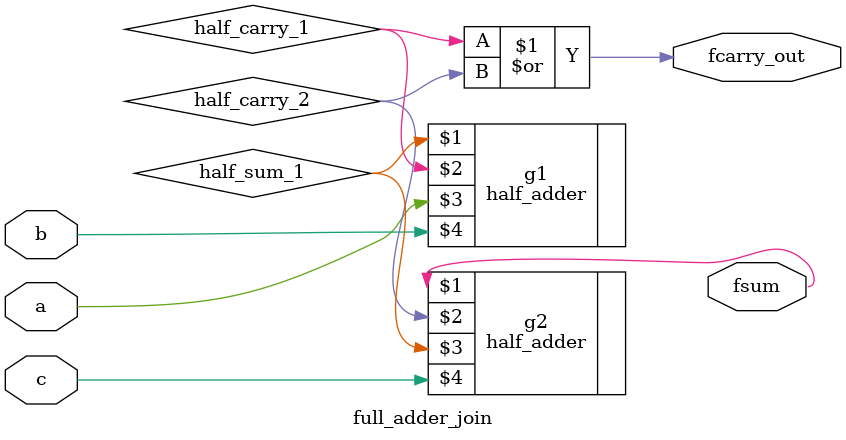
<source format=v>
module full_adder_join(fsum,fcarry_out,a,b,c);
input a,b,c;
output fsum,fcarry_out;
wire half_sum_1,half_carry_1,half_carry_2;
half_adder g1(half_sum_1,half_carry_1,a,b);
half_adder g2(fsum,half_carry_2,half_sum_1,c);
or g3(fcarry_out,half_carry_1,half_carry_2);
endmodule

</source>
